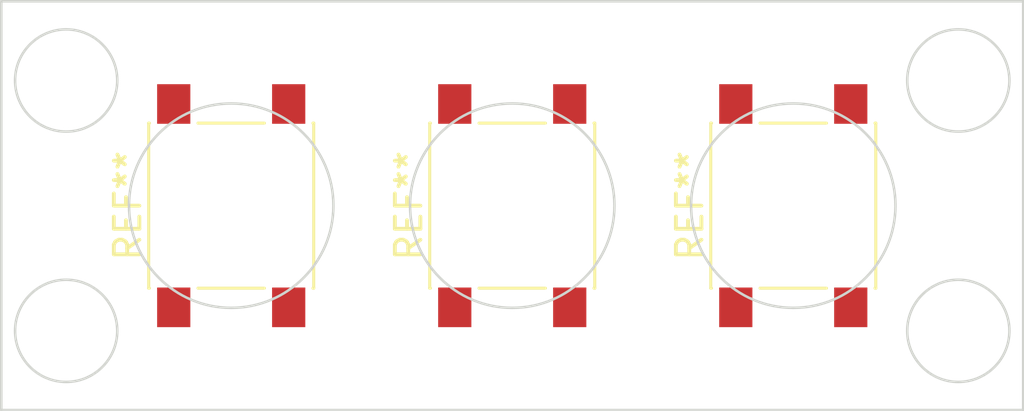
<source format=kicad_pcb>
(kicad_pcb (version 20171130) (host pcbnew "(5.0.2)-1")

  (general
    (thickness 1.6)
    (drawings 11)
    (tracks 0)
    (zones 0)
    (modules 3)
    (nets 1)
  )

  (page A4)
  (layers
    (0 F.Cu signal)
    (31 B.Cu signal)
    (32 B.Adhes user)
    (33 F.Adhes user)
    (34 B.Paste user)
    (35 F.Paste user)
    (36 B.SilkS user)
    (37 F.SilkS user)
    (38 B.Mask user)
    (39 F.Mask user)
    (40 Dwgs.User user)
    (41 Cmts.User user)
    (42 Eco1.User user)
    (43 Eco2.User user)
    (44 Edge.Cuts user)
    (45 Margin user)
    (46 B.CrtYd user)
    (47 F.CrtYd user)
    (48 B.Fab user)
    (49 F.Fab user)
  )

  (setup
    (last_trace_width 0.25)
    (trace_clearance 0.2)
    (zone_clearance 0.508)
    (zone_45_only no)
    (trace_min 0.2)
    (segment_width 0.2)
    (edge_width 0.2)
    (via_size 0.8)
    (via_drill 0.4)
    (via_min_size 0.4)
    (via_min_drill 0.3)
    (uvia_size 0.3)
    (uvia_drill 0.1)
    (uvias_allowed no)
    (uvia_min_size 0.2)
    (uvia_min_drill 0.1)
    (pcb_text_width 0.3)
    (pcb_text_size 1.5 1.5)
    (mod_edge_width 0.15)
    (mod_text_size 1 1)
    (mod_text_width 0.15)
    (pad_size 1.5 1.5)
    (pad_drill 0.6)
    (pad_to_mask_clearance 0)
    (solder_mask_min_width 0.25)
    (aux_axis_origin 0 0)
    (visible_elements 7FFFFFFF)
    (pcbplotparams
      (layerselection 0x010fc_ffffffff)
      (usegerberextensions false)
      (usegerberattributes false)
      (usegerberadvancedattributes false)
      (creategerberjobfile false)
      (excludeedgelayer true)
      (linewidth 0.100000)
      (plotframeref false)
      (viasonmask false)
      (mode 1)
      (useauxorigin false)
      (hpglpennumber 1)
      (hpglpenspeed 20)
      (hpglpendiameter 15.000000)
      (psnegative false)
      (psa4output false)
      (plotreference true)
      (plotvalue true)
      (plotinvisibletext false)
      (padsonsilk false)
      (subtractmaskfromsilk false)
      (outputformat 1)
      (mirror false)
      (drillshape 1)
      (scaleselection 1)
      (outputdirectory ""))
  )

  (net 0 "")

  (net_class Default "This is the default net class."
    (clearance 0.2)
    (trace_width 0.25)
    (via_dia 0.8)
    (via_drill 0.4)
    (uvia_dia 0.3)
    (uvia_drill 0.1)
  )

  (module Button_Switch_SMD:SW_SPST_PTS645 (layer F.Cu) (tedit 5A02FC95) (tstamp 5DA11121)
    (at 51 28 90)
    (descr "C&K Components SPST SMD PTS645 Series 6mm Tact Switch")
    (tags "SPST Button Switch")
    (attr smd)
    (fp_text reference REF** (at 0 -4.05 90) (layer F.SilkS)
      (effects (font (size 1 1) (thickness 0.15)))
    )
    (fp_text value SW_SPST_PTS645 (at 0 4.15 90) (layer F.Fab)
      (effects (font (size 1 1) (thickness 0.15)))
    )
    (fp_circle (center 0 0) (end 1.75 -0.05) (layer F.Fab) (width 0.1))
    (fp_line (start -3.23 3.23) (end 3.23 3.23) (layer F.SilkS) (width 0.12))
    (fp_line (start -3.23 -1.3) (end -3.23 1.3) (layer F.SilkS) (width 0.12))
    (fp_line (start -3.23 -3.23) (end 3.23 -3.23) (layer F.SilkS) (width 0.12))
    (fp_line (start 3.23 -1.3) (end 3.23 1.3) (layer F.SilkS) (width 0.12))
    (fp_line (start -3.23 -3.2) (end -3.23 -3.23) (layer F.SilkS) (width 0.12))
    (fp_line (start -3.23 3.23) (end -3.23 3.2) (layer F.SilkS) (width 0.12))
    (fp_line (start 3.23 3.23) (end 3.23 3.2) (layer F.SilkS) (width 0.12))
    (fp_line (start 3.23 -3.23) (end 3.23 -3.2) (layer F.SilkS) (width 0.12))
    (fp_line (start -5.05 -3.4) (end 5.05 -3.4) (layer F.CrtYd) (width 0.05))
    (fp_line (start -5.05 3.4) (end 5.05 3.4) (layer F.CrtYd) (width 0.05))
    (fp_line (start -5.05 -3.4) (end -5.05 3.4) (layer F.CrtYd) (width 0.05))
    (fp_line (start 5.05 3.4) (end 5.05 -3.4) (layer F.CrtYd) (width 0.05))
    (fp_line (start 3 -3) (end -3 -3) (layer F.Fab) (width 0.1))
    (fp_line (start 3 3) (end 3 -3) (layer F.Fab) (width 0.1))
    (fp_line (start -3 3) (end 3 3) (layer F.Fab) (width 0.1))
    (fp_line (start -3 -3) (end -3 3) (layer F.Fab) (width 0.1))
    (fp_text user %R (at 0 -4.05 90) (layer F.Fab)
      (effects (font (size 1 1) (thickness 0.15)))
    )
    (pad 2 smd rect (at 3.98 2.25 90) (size 1.55 1.3) (layers F.Cu F.Paste F.Mask))
    (pad 1 smd rect (at 3.98 -2.25 90) (size 1.55 1.3) (layers F.Cu F.Paste F.Mask))
    (pad 1 smd rect (at -3.98 -2.25 90) (size 1.55 1.3) (layers F.Cu F.Paste F.Mask))
    (pad 2 smd rect (at -3.98 2.25 90) (size 1.55 1.3) (layers F.Cu F.Paste F.Mask))
    (model ${KISYS3DMOD}/Button_Switch_SMD.3dshapes/SW_SPST_PTS645.wrl
      (at (xyz 0 0 0))
      (scale (xyz 1 1 1))
      (rotate (xyz 0 0 0))
    )
  )

  (module Button_Switch_SMD:SW_SPST_PTS645 (layer F.Cu) (tedit 5A02FC95) (tstamp 5DA110EF)
    (at 40 28 90)
    (descr "C&K Components SPST SMD PTS645 Series 6mm Tact Switch")
    (tags "SPST Button Switch")
    (attr smd)
    (fp_text reference REF** (at 0 -4.05 90) (layer F.SilkS)
      (effects (font (size 1 1) (thickness 0.15)))
    )
    (fp_text value SW_SPST_PTS645 (at 0 4.15 90) (layer F.Fab)
      (effects (font (size 1 1) (thickness 0.15)))
    )
    (fp_text user %R (at 0 -4.05 90) (layer F.Fab)
      (effects (font (size 1 1) (thickness 0.15)))
    )
    (fp_line (start -3 -3) (end -3 3) (layer F.Fab) (width 0.1))
    (fp_line (start -3 3) (end 3 3) (layer F.Fab) (width 0.1))
    (fp_line (start 3 3) (end 3 -3) (layer F.Fab) (width 0.1))
    (fp_line (start 3 -3) (end -3 -3) (layer F.Fab) (width 0.1))
    (fp_line (start 5.05 3.4) (end 5.05 -3.4) (layer F.CrtYd) (width 0.05))
    (fp_line (start -5.05 -3.4) (end -5.05 3.4) (layer F.CrtYd) (width 0.05))
    (fp_line (start -5.05 3.4) (end 5.05 3.4) (layer F.CrtYd) (width 0.05))
    (fp_line (start -5.05 -3.4) (end 5.05 -3.4) (layer F.CrtYd) (width 0.05))
    (fp_line (start 3.23 -3.23) (end 3.23 -3.2) (layer F.SilkS) (width 0.12))
    (fp_line (start 3.23 3.23) (end 3.23 3.2) (layer F.SilkS) (width 0.12))
    (fp_line (start -3.23 3.23) (end -3.23 3.2) (layer F.SilkS) (width 0.12))
    (fp_line (start -3.23 -3.2) (end -3.23 -3.23) (layer F.SilkS) (width 0.12))
    (fp_line (start 3.23 -1.3) (end 3.23 1.3) (layer F.SilkS) (width 0.12))
    (fp_line (start -3.23 -3.23) (end 3.23 -3.23) (layer F.SilkS) (width 0.12))
    (fp_line (start -3.23 -1.3) (end -3.23 1.3) (layer F.SilkS) (width 0.12))
    (fp_line (start -3.23 3.23) (end 3.23 3.23) (layer F.SilkS) (width 0.12))
    (fp_circle (center 0 0) (end 1.75 -0.05) (layer F.Fab) (width 0.1))
    (pad 2 smd rect (at -3.98 2.25 90) (size 1.55 1.3) (layers F.Cu F.Paste F.Mask))
    (pad 1 smd rect (at -3.98 -2.25 90) (size 1.55 1.3) (layers F.Cu F.Paste F.Mask))
    (pad 1 smd rect (at 3.98 -2.25 90) (size 1.55 1.3) (layers F.Cu F.Paste F.Mask))
    (pad 2 smd rect (at 3.98 2.25 90) (size 1.55 1.3) (layers F.Cu F.Paste F.Mask))
    (model ${KISYS3DMOD}/Button_Switch_SMD.3dshapes/SW_SPST_PTS645.wrl
      (at (xyz 0 0 0))
      (scale (xyz 1 1 1))
      (rotate (xyz 0 0 0))
    )
  )

  (module Button_Switch_SMD:SW_SPST_PTS645 (layer F.Cu) (tedit 5A02FC95) (tstamp 5DA110D3)
    (at 29 28 90)
    (descr "C&K Components SPST SMD PTS645 Series 6mm Tact Switch")
    (tags "SPST Button Switch")
    (attr smd)
    (fp_text reference REF** (at 0 -4.05 90) (layer F.SilkS)
      (effects (font (size 1 1) (thickness 0.15)))
    )
    (fp_text value SW_SPST_PTS645 (at 0 4.15 90) (layer F.Fab)
      (effects (font (size 1 1) (thickness 0.15)))
    )
    (fp_circle (center 0 0) (end 1.75 -0.05) (layer F.Fab) (width 0.1))
    (fp_line (start -3.23 3.23) (end 3.23 3.23) (layer F.SilkS) (width 0.12))
    (fp_line (start -3.23 -1.3) (end -3.23 1.3) (layer F.SilkS) (width 0.12))
    (fp_line (start -3.23 -3.23) (end 3.23 -3.23) (layer F.SilkS) (width 0.12))
    (fp_line (start 3.23 -1.3) (end 3.23 1.3) (layer F.SilkS) (width 0.12))
    (fp_line (start -3.23 -3.2) (end -3.23 -3.23) (layer F.SilkS) (width 0.12))
    (fp_line (start -3.23 3.23) (end -3.23 3.2) (layer F.SilkS) (width 0.12))
    (fp_line (start 3.23 3.23) (end 3.23 3.2) (layer F.SilkS) (width 0.12))
    (fp_line (start 3.23 -3.23) (end 3.23 -3.2) (layer F.SilkS) (width 0.12))
    (fp_line (start -5.05 -3.4) (end 5.05 -3.4) (layer F.CrtYd) (width 0.05))
    (fp_line (start -5.05 3.4) (end 5.05 3.4) (layer F.CrtYd) (width 0.05))
    (fp_line (start -5.05 -3.4) (end -5.05 3.4) (layer F.CrtYd) (width 0.05))
    (fp_line (start 5.05 3.4) (end 5.05 -3.4) (layer F.CrtYd) (width 0.05))
    (fp_line (start 3 -3) (end -3 -3) (layer F.Fab) (width 0.1))
    (fp_line (start 3 3) (end 3 -3) (layer F.Fab) (width 0.1))
    (fp_line (start -3 3) (end 3 3) (layer F.Fab) (width 0.1))
    (fp_line (start -3 -3) (end -3 3) (layer F.Fab) (width 0.1))
    (fp_text user %R (at 0 -4.05 90) (layer F.Fab)
      (effects (font (size 1 1) (thickness 0.15)))
    )
    (pad 2 smd rect (at 3.98 2.25 90) (size 1.55 1.3) (layers F.Cu F.Paste F.Mask))
    (pad 1 smd rect (at 3.98 -2.25 90) (size 1.55 1.3) (layers F.Cu F.Paste F.Mask))
    (pad 1 smd rect (at -3.98 -2.25 90) (size 1.55 1.3) (layers F.Cu F.Paste F.Mask))
    (pad 2 smd rect (at -3.98 2.25 90) (size 1.55 1.3) (layers F.Cu F.Paste F.Mask))
    (model ${KISYS3DMOD}/Button_Switch_SMD.3dshapes/SW_SPST_PTS645.wrl
      (at (xyz 0 0 0))
      (scale (xyz 1 1 1))
      (rotate (xyz 0 0 0))
    )
  )

  (gr_circle (center 29 28) (end 33 28) (layer Edge.Cuts) (width 0.1) (tstamp 5DA112AA))
  (gr_circle (center 40 28) (end 44 28) (layer Edge.Cuts) (width 0.1) (tstamp 5DA112A7))
  (gr_circle (center 51 28) (end 55 28) (layer Edge.Cuts) (width 0.1))
  (gr_circle (center 57.46 23.1) (end 59.46 23.1) (layer Edge.Cuts) (width 0.1) (tstamp 5DA04DAA))
  (gr_circle (center 22.54 23.1) (end 24.54 23.1) (layer Edge.Cuts) (width 0.1) (tstamp 5DA04D89))
  (gr_circle (center 57.46 32.9) (end 59.46 32.9) (layer Edge.Cuts) (width 0.1) (tstamp 5DA04CF5))
  (gr_circle (center 22.54 32.9) (end 24.54 32.9) (layer Edge.Cuts) (width 0.1))
  (gr_line (start 60 36) (end 20 36) (layer Edge.Cuts) (width 0.1))
  (gr_line (start 60 20) (end 60 36) (layer Edge.Cuts) (width 0.1))
  (gr_line (start 20 20) (end 60 20) (layer Edge.Cuts) (width 0.1))
  (gr_line (start 20 36) (end 20 20) (layer Edge.Cuts) (width 0.1))

)

</source>
